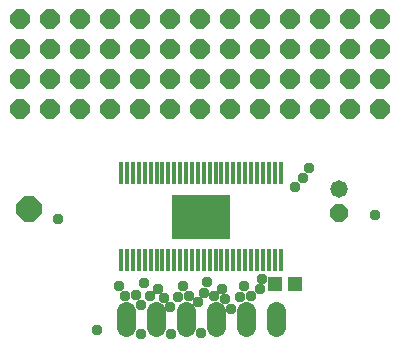
<source format=gbr>
G04 EAGLE Gerber RS-274X export*
G75*
%MOMM*%
%FSLAX34Y34*%
%LPD*%
%INSoldermask Top*%
%IPPOS*%
%AMOC8*
5,1,8,0,0,1.08239X$1,22.5*%
G01*
%ADD10R,0.455675X1.858631*%
%ADD11R,4.903200X3.813200*%
%ADD12P,1.759533X8X22.500000*%
%ADD13C,1.625600*%
%ADD14R,1.303200X1.203200*%
%ADD15P,1.594577X8X292.500000*%
%ADD16C,1.473200*%
%ADD17P,2.309387X8X22.500000*%
%ADD18C,0.959600*%


D10*
X157162Y151054D03*
X152162Y151054D03*
X147162Y151054D03*
X142162Y151054D03*
X137162Y151054D03*
X132162Y151054D03*
X127162Y151054D03*
X122162Y151054D03*
X117162Y151054D03*
X112162Y151054D03*
X107162Y151054D03*
X102162Y151054D03*
X97162Y151054D03*
X92162Y151054D03*
X87162Y151054D03*
X82162Y151054D03*
X77162Y151054D03*
X72162Y151054D03*
X67162Y151054D03*
X62162Y151054D03*
X57162Y151054D03*
X52162Y151054D03*
X47162Y151054D03*
X42162Y151054D03*
X37162Y151054D03*
X32162Y151054D03*
X27162Y151054D03*
X22162Y151054D03*
X22162Y77546D03*
X27162Y77546D03*
X32162Y77546D03*
X37162Y77546D03*
X42162Y77546D03*
X47162Y77546D03*
X52162Y77546D03*
X57162Y77546D03*
X62162Y77546D03*
X67162Y77546D03*
X72162Y77546D03*
X77162Y77546D03*
X82162Y77546D03*
X87162Y77546D03*
X92162Y77546D03*
X97162Y77546D03*
X102162Y77546D03*
X107162Y77546D03*
X112162Y77546D03*
X117162Y77546D03*
X122162Y77546D03*
X127162Y77546D03*
X132162Y77546D03*
X137162Y77546D03*
X142162Y77546D03*
X147162Y77546D03*
X152162Y77546D03*
X157162Y77546D03*
D11*
X89662Y114300D03*
D12*
X-63500Y256540D03*
X-63500Y281940D03*
X-38100Y256540D03*
X-38100Y281940D03*
X-12700Y256540D03*
X-12700Y281940D03*
X12700Y256540D03*
X12700Y281940D03*
X38100Y256540D03*
X38100Y281940D03*
X63500Y256540D03*
X63500Y281940D03*
X88900Y256540D03*
X88900Y281940D03*
X114300Y256540D03*
X114300Y281940D03*
X139700Y256540D03*
X139700Y281940D03*
X165100Y256540D03*
X165100Y281940D03*
X190500Y256540D03*
X190500Y281940D03*
X215900Y256540D03*
X215900Y281940D03*
X241300Y256540D03*
X241300Y281940D03*
X-63500Y205740D03*
X-63500Y231140D03*
X-38100Y205740D03*
X-38100Y231140D03*
X-12700Y205740D03*
X-12700Y231140D03*
X12700Y205740D03*
X12700Y231140D03*
X38100Y205740D03*
X38100Y231140D03*
X63500Y205740D03*
X63500Y231140D03*
X88900Y205740D03*
X88900Y231140D03*
X114300Y205740D03*
X114300Y231140D03*
X139700Y205740D03*
X139700Y231140D03*
X165100Y205740D03*
X165100Y231140D03*
X190500Y205740D03*
X190500Y231140D03*
X215900Y205740D03*
X215900Y231140D03*
X241300Y205740D03*
X241300Y231140D03*
D13*
X152908Y34798D02*
X152908Y20574D01*
X127508Y20574D02*
X127508Y34798D01*
X102108Y34798D02*
X102108Y20574D01*
X76708Y20574D02*
X76708Y34798D01*
X51308Y34798D02*
X51308Y20574D01*
X25908Y20574D02*
X25908Y34798D01*
D14*
X152790Y57658D03*
X169790Y57658D03*
D15*
X206248Y117348D03*
D16*
X206248Y137668D03*
D17*
X-55626Y120650D03*
D18*
X89662Y15748D03*
X169164Y139192D03*
X64008Y15240D03*
X175768Y146812D03*
X38608Y14986D03*
X181583Y155167D03*
X2032Y18288D03*
X-31242Y112522D03*
X237236Y115570D03*
X141514Y61860D03*
X132144Y47216D03*
X139440Y52772D03*
X110136Y44360D03*
X101048Y47216D03*
X107668Y53448D03*
X63878Y37722D03*
X53613Y53161D03*
X58486Y45182D03*
X34544Y47752D03*
X20574Y55626D03*
X25146Y47498D03*
X126330Y55824D03*
X115090Y36462D03*
X123056Y46736D03*
X95008Y59048D03*
X87250Y41818D03*
X91960Y49960D03*
X79796Y47216D03*
X70708Y46360D03*
X74236Y55448D03*
X46706Y47216D03*
X38890Y39246D03*
X41444Y58015D03*
M02*

</source>
